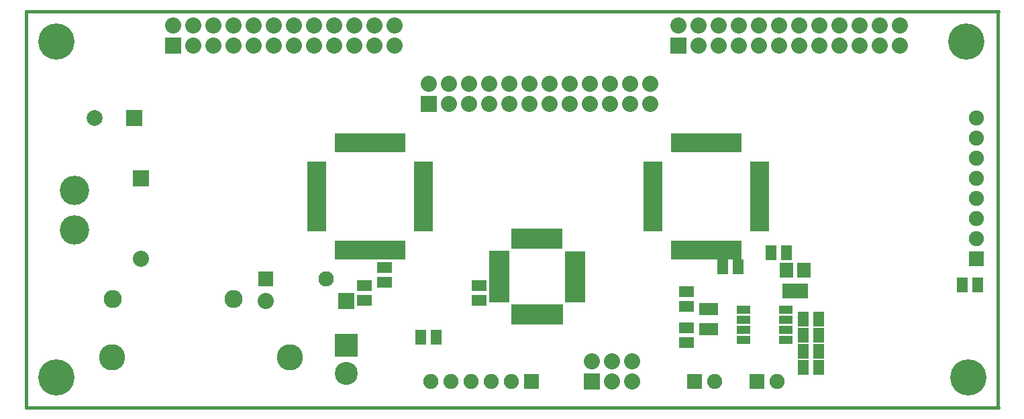
<source format=gts>
G04 (created by PCBNEW-RS274X (2011-04-29 BZR 2986)-stable) date 8/30/2011 9:17:05 PM*
G01*
G70*
G90*
%MOIN*%
G04 Gerber Fmt 3.4, Leading zero omitted, Abs format*
%FSLAX34Y34*%
G04 APERTURE LIST*
%ADD10C,0.006000*%
%ADD11C,0.015000*%
%ADD12R,0.055000X0.075000*%
%ADD13R,0.080000X0.080000*%
%ADD14C,0.080000*%
%ADD15R,0.076000X0.076000*%
%ADD16C,0.076000*%
%ADD17R,0.098700X0.037700*%
%ADD18R,0.037700X0.098700*%
%ADD19R,0.075000X0.055000*%
%ADD20R,0.065000X0.040000*%
%ADD21R,0.094800X0.063300*%
%ADD22C,0.146000*%
%ADD23R,0.075000X0.075000*%
%ADD24C,0.075000*%
%ADD25C,0.090000*%
%ADD26C,0.130200*%
%ADD27R,0.079100X0.079100*%
%ADD28C,0.079100*%
%ADD29R,0.114500X0.114500*%
%ADD30C,0.114500*%
%ADD31R,0.130200X0.075100*%
%ADD32R,0.067200X0.075100*%
%ADD33R,0.097600X0.037700*%
%ADD34R,0.037700X0.097600*%
%ADD35C,0.180000*%
G04 APERTURE END LIST*
G54D10*
G54D11*
X64600Y-25600D02*
X16300Y-25600D01*
X16300Y-05900D02*
X16300Y-06100D01*
X64600Y-05900D02*
X16300Y-05900D01*
X64567Y-25591D02*
X64567Y-05906D01*
X16312Y-05906D02*
X16312Y-25591D01*
G54D12*
X62825Y-19500D03*
X63575Y-19500D03*
G54D13*
X22000Y-14200D03*
G54D14*
X22000Y-18200D03*
G54D15*
X28200Y-19200D03*
G54D16*
X31200Y-19200D03*
G54D17*
X39804Y-20193D03*
X39804Y-19878D03*
X39804Y-19563D03*
X39804Y-19248D03*
X39804Y-18933D03*
X39804Y-18618D03*
X39804Y-18303D03*
X39804Y-17988D03*
X43570Y-17990D03*
X43570Y-20200D03*
X43570Y-19880D03*
X43570Y-19560D03*
X43570Y-19250D03*
X43570Y-18930D03*
X43570Y-18620D03*
X43570Y-18300D03*
G54D18*
X40588Y-17200D03*
X40902Y-17200D03*
X41218Y-17200D03*
X41532Y-17200D03*
X41848Y-17200D03*
X42162Y-17200D03*
X42478Y-17200D03*
X42792Y-17200D03*
X40590Y-20980D03*
X40900Y-20980D03*
X41220Y-20980D03*
X41530Y-20980D03*
X41840Y-20980D03*
X42160Y-20980D03*
X42480Y-20980D03*
X42800Y-20980D03*
G54D19*
X33100Y-19525D03*
X33100Y-20275D03*
X34100Y-18625D03*
X34100Y-19375D03*
G54D12*
X50925Y-18600D03*
X51675Y-18600D03*
G54D20*
X54050Y-20750D03*
X51950Y-20750D03*
X54050Y-21250D03*
X54050Y-21750D03*
X54050Y-22250D03*
X51950Y-21250D03*
X51950Y-21750D03*
X51950Y-22250D03*
G54D13*
X23600Y-07600D03*
G54D14*
X23600Y-06600D03*
X24600Y-07600D03*
X24600Y-06600D03*
X25600Y-07600D03*
X25600Y-06600D03*
X26600Y-07600D03*
X26600Y-06600D03*
X27600Y-07600D03*
X27600Y-06600D03*
X28600Y-07600D03*
X28600Y-06600D03*
X29600Y-07600D03*
X29600Y-06600D03*
X30600Y-07600D03*
X30600Y-06600D03*
X31600Y-07600D03*
X31600Y-06600D03*
X32600Y-07600D03*
X32600Y-06600D03*
X33600Y-07600D03*
X33600Y-06600D03*
X34600Y-07600D03*
X34600Y-06600D03*
G54D13*
X36300Y-10500D03*
G54D14*
X36300Y-09500D03*
X37300Y-10500D03*
X37300Y-09500D03*
X38300Y-10500D03*
X38300Y-09500D03*
X39300Y-10500D03*
X39300Y-09500D03*
X40300Y-10500D03*
X40300Y-09500D03*
X41300Y-10500D03*
X41300Y-09500D03*
X42300Y-10500D03*
X42300Y-09500D03*
X43300Y-10500D03*
X43300Y-09500D03*
X44300Y-10500D03*
X44300Y-09500D03*
X45300Y-10500D03*
X45300Y-09500D03*
X46300Y-10500D03*
X46300Y-09500D03*
X47300Y-10500D03*
X47300Y-09500D03*
G54D13*
X48700Y-07600D03*
G54D14*
X48700Y-06600D03*
X49700Y-07600D03*
X49700Y-06600D03*
X50700Y-07600D03*
X50700Y-06600D03*
X51700Y-07600D03*
X51700Y-06600D03*
X52700Y-07600D03*
X52700Y-06600D03*
X53700Y-07600D03*
X53700Y-06600D03*
X54700Y-07600D03*
X54700Y-06600D03*
X55700Y-07600D03*
X55700Y-06600D03*
X56700Y-07600D03*
X56700Y-06600D03*
X57700Y-07600D03*
X57700Y-06600D03*
X58700Y-07600D03*
X58700Y-06600D03*
X59700Y-07600D03*
X59700Y-06600D03*
G54D21*
X50200Y-20708D03*
X50200Y-21692D03*
G54D22*
X18700Y-14816D03*
X18700Y-16784D03*
G54D19*
X49100Y-20575D03*
X49100Y-19825D03*
X49100Y-22375D03*
X49100Y-21625D03*
G54D12*
X55675Y-22000D03*
X54925Y-22000D03*
X54925Y-21200D03*
X55675Y-21200D03*
X54925Y-22800D03*
X55675Y-22800D03*
X54925Y-23600D03*
X55675Y-23600D03*
X53325Y-17900D03*
X54075Y-17900D03*
G54D23*
X63500Y-18200D03*
G54D24*
X63500Y-17200D03*
X63500Y-16200D03*
X63500Y-15200D03*
X63500Y-14200D03*
X63500Y-13200D03*
X63500Y-12200D03*
X63500Y-11200D03*
G54D25*
X20600Y-20200D03*
X26600Y-20200D03*
G54D13*
X44400Y-24300D03*
G54D14*
X44400Y-23300D03*
X45400Y-24300D03*
X45400Y-23300D03*
X46400Y-24300D03*
X46400Y-23300D03*
G54D12*
X35925Y-22100D03*
X36675Y-22100D03*
G54D26*
X20571Y-23100D03*
X29429Y-23100D03*
G54D27*
X21684Y-11200D03*
G54D28*
X19716Y-11200D03*
G54D29*
X32200Y-22511D03*
G54D30*
X32200Y-23889D03*
G54D13*
X32200Y-20300D03*
G54D14*
X28200Y-20300D03*
G54D31*
X54500Y-19812D03*
G54D32*
X54067Y-18788D03*
X54933Y-18788D03*
G54D23*
X41400Y-24300D03*
G54D24*
X40400Y-24300D03*
X39400Y-24300D03*
X38400Y-24300D03*
X37400Y-24300D03*
X36400Y-24300D03*
G54D23*
X49500Y-24300D03*
G54D24*
X50500Y-24300D03*
G54D23*
X52600Y-24300D03*
G54D24*
X53600Y-24300D03*
G54D19*
X38800Y-19525D03*
X38800Y-20275D03*
G54D33*
X36058Y-15100D03*
X36058Y-14785D03*
X36058Y-14470D03*
X36058Y-14155D03*
X36058Y-13840D03*
X36058Y-13525D03*
X36058Y-15415D03*
X36058Y-15730D03*
X36058Y-16045D03*
X36058Y-16360D03*
X36058Y-16675D03*
X30742Y-15100D03*
X30742Y-14785D03*
X30742Y-14470D03*
X30742Y-14155D03*
X30742Y-13840D03*
X30742Y-13525D03*
X30742Y-15415D03*
X30742Y-15730D03*
X30742Y-16045D03*
X30742Y-16360D03*
X30742Y-16675D03*
G54D34*
X33400Y-12442D03*
X33400Y-17758D03*
X33085Y-12442D03*
X33085Y-17758D03*
X32770Y-17758D03*
X32770Y-12442D03*
X32455Y-12442D03*
X32455Y-17758D03*
X32140Y-17758D03*
X32140Y-12442D03*
X31825Y-12442D03*
X31825Y-17758D03*
X33715Y-17758D03*
X33715Y-12442D03*
X34030Y-12442D03*
X34030Y-17758D03*
X34345Y-17758D03*
X34345Y-12442D03*
X34660Y-12442D03*
X34660Y-17758D03*
X34975Y-17758D03*
X34975Y-12442D03*
G54D33*
X52758Y-15100D03*
X52758Y-14785D03*
X52758Y-14470D03*
X52758Y-14155D03*
X52758Y-13840D03*
X52758Y-13525D03*
X52758Y-15415D03*
X52758Y-15730D03*
X52758Y-16045D03*
X52758Y-16360D03*
X52758Y-16675D03*
X47442Y-15100D03*
X47442Y-14785D03*
X47442Y-14470D03*
X47442Y-14155D03*
X47442Y-13840D03*
X47442Y-13525D03*
X47442Y-15415D03*
X47442Y-15730D03*
X47442Y-16045D03*
X47442Y-16360D03*
X47442Y-16675D03*
G54D34*
X50100Y-12442D03*
X50100Y-17758D03*
X49785Y-12442D03*
X49785Y-17758D03*
X49470Y-17758D03*
X49470Y-12442D03*
X49155Y-12442D03*
X49155Y-17758D03*
X48840Y-17758D03*
X48840Y-12442D03*
X48525Y-12442D03*
X48525Y-17758D03*
X50415Y-17758D03*
X50415Y-12442D03*
X50730Y-12442D03*
X50730Y-17758D03*
X51045Y-17758D03*
X51045Y-12442D03*
X51360Y-12442D03*
X51360Y-17758D03*
X51675Y-17758D03*
X51675Y-12442D03*
G54D35*
X17800Y-07400D03*
X17800Y-24100D03*
X63000Y-07400D03*
X63100Y-24100D03*
M02*

</source>
